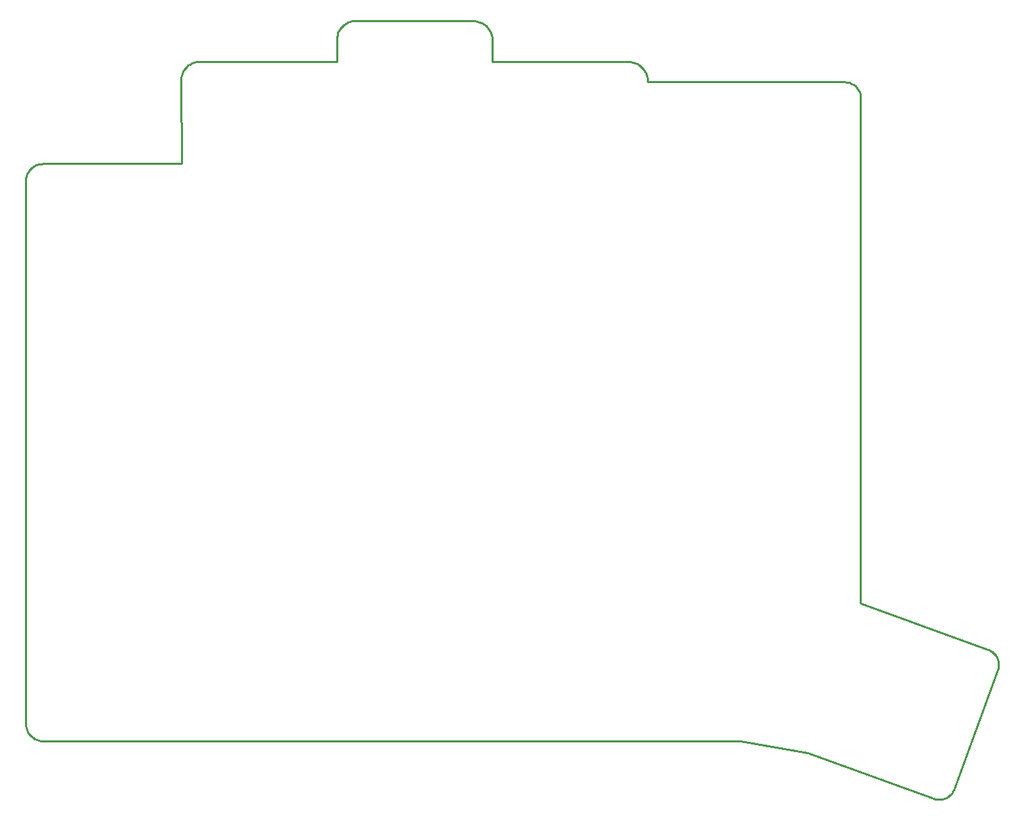
<source format=gbr>
%TF.GenerationSoftware,KiCad,Pcbnew,(5.1.10)-1*%
%TF.CreationDate,2021-12-10T08:58:01-08:00*%
%TF.ProjectId,5col-bottomplate,35636f6c-2d62-46f7-9474-6f6d706c6174,rev?*%
%TF.SameCoordinates,Original*%
%TF.FileFunction,Profile,NP*%
%FSLAX46Y46*%
G04 Gerber Fmt 4.6, Leading zero omitted, Abs format (unit mm)*
G04 Created by KiCad (PCBNEW (5.1.10)-1) date 2021-12-10 08:58:01*
%MOMM*%
%LPD*%
G01*
G04 APERTURE LIST*
%TA.AperFunction,Profile*%
%ADD10C,0.250000*%
%TD*%
G04 APERTURE END LIST*
D10*
X153468572Y-40564492D02*
X153465493Y-102254504D01*
X151446193Y-38513204D02*
X151756120Y-38536666D01*
X151756120Y-38536666D02*
X152051310Y-38604804D01*
X152051310Y-38604804D02*
X152328246Y-38714245D01*
X152328246Y-38714245D02*
X152583412Y-38861618D01*
X152583412Y-38861618D02*
X152813291Y-39043550D01*
X152813291Y-39043550D02*
X153014368Y-39256669D01*
X153014368Y-39256669D02*
X153183125Y-39497602D01*
X153183125Y-39497602D02*
X153316047Y-39762977D01*
X153316047Y-39762977D02*
X153409618Y-40049422D01*
X153409618Y-40049422D02*
X153460321Y-40353564D01*
X153460321Y-40353564D02*
X153468572Y-40564492D01*
X169048393Y-107931404D02*
X153465493Y-102254504D01*
X127462596Y-38525458D02*
X151446193Y-38513204D01*
X52107378Y-118442147D02*
X51928159Y-118239278D01*
X51928159Y-118239278D02*
X51776485Y-118017769D01*
X51776485Y-118017769D02*
X51653517Y-117780428D01*
X51653517Y-117780428D02*
X51560417Y-117530061D01*
X51560417Y-117530061D02*
X51498348Y-117269476D01*
X51498348Y-117269476D02*
X51468471Y-117001478D01*
X51468471Y-117001478D02*
X51465795Y-116892833D01*
X162413393Y-126126304D02*
X146983414Y-120510248D01*
X146983414Y-120510248D02*
X138740593Y-119076352D01*
X138740593Y-119076352D02*
X53656647Y-119083807D01*
X51465795Y-116892833D02*
X51460425Y-50682975D01*
X53656647Y-119083807D02*
X53386471Y-119067120D01*
X53386471Y-119067120D02*
X53122587Y-119017775D01*
X53122587Y-119017775D02*
X52867801Y-118936934D01*
X52867801Y-118936934D02*
X52624921Y-118825761D01*
X52624921Y-118825761D02*
X52396752Y-118685418D01*
X52396752Y-118685418D02*
X52186103Y-118517068D01*
X52186103Y-118517068D02*
X52107378Y-118442147D01*
X89511871Y-36027018D02*
X89484135Y-33331526D01*
X70511889Y-48525643D02*
X70471881Y-38284649D01*
X106005278Y-31025537D02*
X106313215Y-31044701D01*
X106313215Y-31044701D02*
X106613888Y-31101315D01*
X106613888Y-31101315D02*
X106904061Y-31194028D01*
X106904061Y-31194028D02*
X107180498Y-31321490D01*
X107180498Y-31321490D02*
X107439962Y-31482351D01*
X107439962Y-31482351D02*
X107679218Y-31675260D01*
X107679218Y-31675260D02*
X107768538Y-31761096D01*
X126761564Y-36762361D02*
X126962212Y-36994499D01*
X126962212Y-36994499D02*
X127130979Y-37247640D01*
X127130979Y-37247640D02*
X127266564Y-37518502D01*
X127266564Y-37518502D02*
X127367664Y-37803801D01*
X127367664Y-37803801D02*
X127432977Y-38100256D01*
X127432977Y-38100256D02*
X127461201Y-38404585D01*
X127461201Y-38404585D02*
X127461814Y-38527787D01*
X72720645Y-36027071D02*
X89511871Y-36027018D01*
X71127405Y-36688835D02*
X71335810Y-36504045D01*
X71335810Y-36504045D02*
X71563483Y-36347632D01*
X71563483Y-36347632D02*
X71807524Y-36220801D01*
X71807524Y-36220801D02*
X72065032Y-36124756D01*
X72065032Y-36124756D02*
X72333107Y-36060703D01*
X72333107Y-36060703D02*
X72608850Y-36029848D01*
X72608850Y-36029848D02*
X72720645Y-36027071D01*
X91765892Y-31026073D02*
X106005278Y-31025537D01*
X51460425Y-50682975D02*
X51485301Y-50354530D01*
X51485301Y-50354530D02*
X51557434Y-50041640D01*
X51557434Y-50041640D02*
X51673165Y-49747961D01*
X51673165Y-49747961D02*
X51828835Y-49477152D01*
X51828835Y-49477152D02*
X52020786Y-49232871D01*
X52020786Y-49232871D02*
X52245360Y-49018776D01*
X52245360Y-49018776D02*
X52498898Y-48838525D01*
X52498898Y-48838525D02*
X52777742Y-48695775D01*
X52777742Y-48695775D02*
X53078234Y-48594186D01*
X53078234Y-48594186D02*
X53396715Y-48537414D01*
X53396715Y-48537414D02*
X53617224Y-48526272D01*
X108486229Y-33531712D02*
X108460889Y-36027407D01*
X125010556Y-36026790D02*
X125316792Y-36045966D01*
X125316792Y-36045966D02*
X125615713Y-36102614D01*
X125615713Y-36102614D02*
X125904065Y-36195366D01*
X125904065Y-36195366D02*
X126178591Y-36322853D01*
X126178591Y-36322853D02*
X126436035Y-36483708D01*
X126436035Y-36483708D02*
X126673144Y-36676564D01*
X126673144Y-36676564D02*
X126761564Y-36762361D01*
X107768538Y-31761096D02*
X107971552Y-31993428D01*
X107971552Y-31993428D02*
X108142841Y-32246945D01*
X108142841Y-32246945D02*
X108281087Y-32518395D01*
X108281087Y-32518395D02*
X108384974Y-32804530D01*
X108384974Y-32804530D02*
X108453183Y-33102097D01*
X108453183Y-33102097D02*
X108484397Y-33407848D01*
X108484397Y-33407848D02*
X108486229Y-33531712D01*
X90144071Y-31702802D02*
X90355854Y-31513892D01*
X90355854Y-31513892D02*
X90587422Y-31353964D01*
X90587422Y-31353964D02*
X90835796Y-31224261D01*
X90835796Y-31224261D02*
X91097999Y-31126024D01*
X91097999Y-31126024D02*
X91371053Y-31060496D01*
X91371053Y-31060496D02*
X91651982Y-31028919D01*
X91651982Y-31028919D02*
X91765892Y-31026073D01*
X70471881Y-38284649D02*
X70488034Y-38006588D01*
X70488034Y-38006588D02*
X70537891Y-37734902D01*
X70537891Y-37734902D02*
X70620257Y-37472494D01*
X70620257Y-37472494D02*
X70733940Y-37222271D01*
X70733940Y-37222271D02*
X70877745Y-36987138D01*
X70877745Y-36987138D02*
X71050478Y-36770000D01*
X71050478Y-36770000D02*
X71127405Y-36688835D01*
X108460889Y-36027407D02*
X125010556Y-36026790D01*
X89484135Y-33331526D02*
X89498856Y-33048112D01*
X89498856Y-33048112D02*
X89548092Y-32771026D01*
X89548092Y-32771026D02*
X89630632Y-32503259D01*
X89630632Y-32503259D02*
X89745264Y-32247799D01*
X89745264Y-32247799D02*
X89890778Y-32007637D01*
X89890778Y-32007637D02*
X90065961Y-31785762D01*
X90065961Y-31785762D02*
X90144071Y-31702802D01*
X53617224Y-48526272D02*
X70511889Y-48525643D01*
X164836161Y-124992600D02*
X170189197Y-110362672D01*
X169055493Y-107939904D02*
X169318602Y-108058808D01*
X169318602Y-108058808D02*
X169554800Y-108211934D01*
X169554800Y-108211934D02*
X169762171Y-108395186D01*
X169762171Y-108395186D02*
X169938798Y-108604470D01*
X169938798Y-108604470D02*
X170082766Y-108835692D01*
X170082766Y-108835692D02*
X170192159Y-109084757D01*
X170192159Y-109084757D02*
X170265060Y-109347570D01*
X170265060Y-109347570D02*
X170299554Y-109620037D01*
X170299554Y-109620037D02*
X170293724Y-109898063D01*
X170293724Y-109898063D02*
X170245655Y-110177553D01*
X170245655Y-110177553D02*
X170189197Y-110362672D01*
X164836161Y-124992600D02*
X164717256Y-125255709D01*
X164717256Y-125255709D02*
X164564130Y-125491907D01*
X164564130Y-125491907D02*
X164380878Y-125699278D01*
X164380878Y-125699278D02*
X164171594Y-125875905D01*
X164171594Y-125875905D02*
X163940372Y-126019873D01*
X163940372Y-126019873D02*
X163691307Y-126129266D01*
X163691307Y-126129266D02*
X163428494Y-126202167D01*
X163428494Y-126202167D02*
X163156027Y-126236661D01*
X163156027Y-126236661D02*
X162878001Y-126230831D01*
X162878001Y-126230831D02*
X162598511Y-126182762D01*
X162598511Y-126182762D02*
X162413393Y-126126304D01*
M02*

</source>
